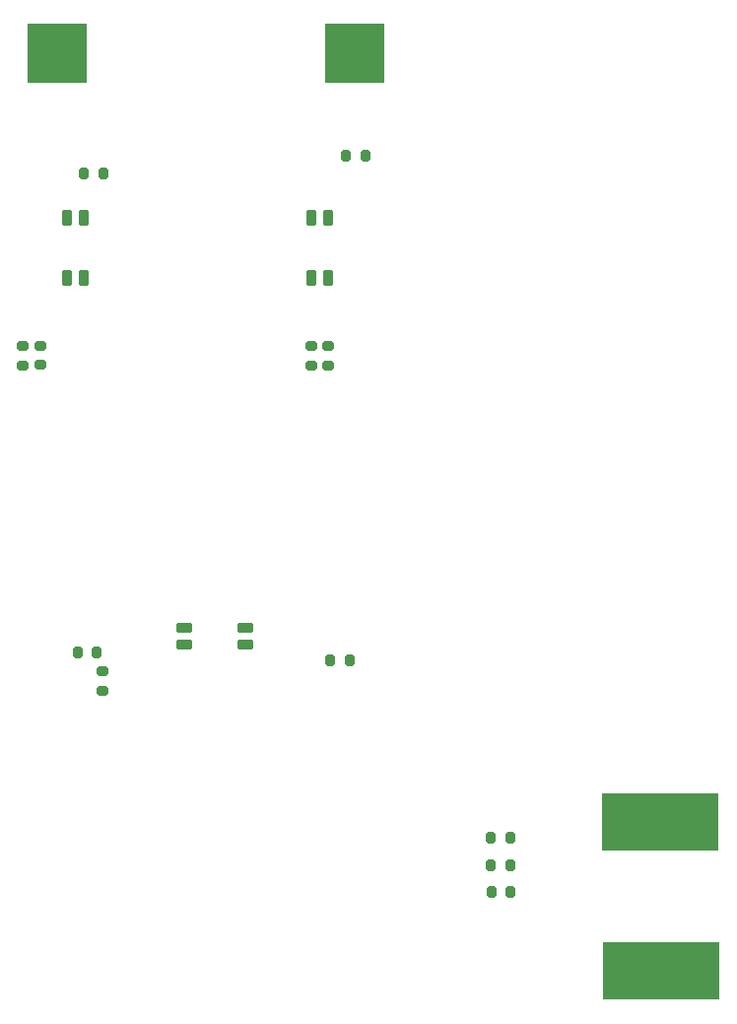
<source format=gbr>
%TF.GenerationSoftware,KiCad,Pcbnew,7.0.9*%
%TF.CreationDate,2024-01-25T10:25:38+02:00*%
%TF.ProjectId,ncscfi-badge2024,6e637363-6669-42d6-9261-646765323032,rev?*%
%TF.SameCoordinates,Original*%
%TF.FileFunction,Paste,Bot*%
%TF.FilePolarity,Positive*%
%FSLAX46Y46*%
G04 Gerber Fmt 4.6, Leading zero omitted, Abs format (unit mm)*
G04 Created by KiCad (PCBNEW 7.0.9) date 2024-01-25 10:25:38*
%MOMM*%
%LPD*%
G01*
G04 APERTURE LIST*
G04 Aperture macros list*
%AMRoundRect*
0 Rectangle with rounded corners*
0 $1 Rounding radius*
0 $2 $3 $4 $5 $6 $7 $8 $9 X,Y pos of 4 corners*
0 Add a 4 corners polygon primitive as box body*
4,1,4,$2,$3,$4,$5,$6,$7,$8,$9,$2,$3,0*
0 Add four circle primitives for the rounded corners*
1,1,$1+$1,$2,$3*
1,1,$1+$1,$4,$5*
1,1,$1+$1,$6,$7*
1,1,$1+$1,$8,$9*
0 Add four rect primitives between the rounded corners*
20,1,$1+$1,$2,$3,$4,$5,0*
20,1,$1+$1,$4,$5,$6,$7,0*
20,1,$1+$1,$6,$7,$8,$9,0*
20,1,$1+$1,$8,$9,$2,$3,0*%
G04 Aperture macros list end*
%ADD10R,10.000000X5.000000*%
%ADD11RoundRect,0.200000X-0.275000X0.200000X-0.275000X-0.200000X0.275000X-0.200000X0.275000X0.200000X0*%
%ADD12RoundRect,0.200000X0.200000X0.275000X-0.200000X0.275000X-0.200000X-0.275000X0.200000X-0.275000X0*%
%ADD13RoundRect,0.200000X-0.200000X-0.275000X0.200000X-0.275000X0.200000X0.275000X-0.200000X0.275000X0*%
%ADD14RoundRect,0.100000X-0.300000X0.600000X-0.300000X-0.600000X0.300000X-0.600000X0.300000X0.600000X0*%
%ADD15RoundRect,0.100000X0.600000X0.300000X-0.600000X0.300000X-0.600000X-0.300000X0.600000X-0.300000X0*%
%ADD16R,5.100000X5.100000*%
G04 APERTURE END LIST*
D10*
%TO.C,J2*%
X73500000Y-94700000D03*
%TD*%
%TO.C,J1*%
X73600000Y-107500000D03*
%TD*%
D11*
%TO.C,R3*%
X20260000Y-53840000D03*
X20260000Y-55490000D03*
%TD*%
D12*
%TO.C,R15*%
X60625000Y-98480000D03*
X58975000Y-98480000D03*
%TD*%
%TO.C,R7*%
X60600000Y-96130000D03*
X58950000Y-96130000D03*
%TD*%
D11*
%TO.C,R6*%
X45000000Y-53850000D03*
X45000000Y-55500000D03*
%TD*%
D12*
%TO.C,R9*%
X25090000Y-80190000D03*
X23440000Y-80190000D03*
%TD*%
D13*
%TO.C,R2*%
X24000000Y-39000000D03*
X25650000Y-39000000D03*
%TD*%
%TO.C,R10*%
X45150000Y-80860000D03*
X46800000Y-80860000D03*
%TD*%
D14*
%TO.C,D2*%
X22500000Y-48000000D03*
X22500000Y-42800000D03*
X23950000Y-42800000D03*
X23950000Y-48000000D03*
%TD*%
%TO.C,D1*%
X43500000Y-48000000D03*
X43500000Y-42800000D03*
X44950000Y-42800000D03*
X44950000Y-48000000D03*
%TD*%
D15*
%TO.C,D3*%
X32640956Y-78044671D03*
X37840956Y-78044671D03*
X37840956Y-79494671D03*
X32640956Y-79494671D03*
%TD*%
D11*
%TO.C,R11*%
X25560000Y-81790000D03*
X25560000Y-83440000D03*
%TD*%
D12*
%TO.C,R8*%
X60640000Y-100710000D03*
X58990000Y-100710000D03*
%TD*%
D13*
%TO.C,R5*%
X46500000Y-37500000D03*
X48150000Y-37500000D03*
%TD*%
D11*
%TO.C,R1*%
X18760000Y-53850000D03*
X18760000Y-55500000D03*
%TD*%
%TO.C,R4*%
X43500000Y-53850000D03*
X43500000Y-55500000D03*
%TD*%
D16*
%TO.C,BT1*%
X47260000Y-28733756D03*
X21660000Y-28733756D03*
%TD*%
M02*

</source>
